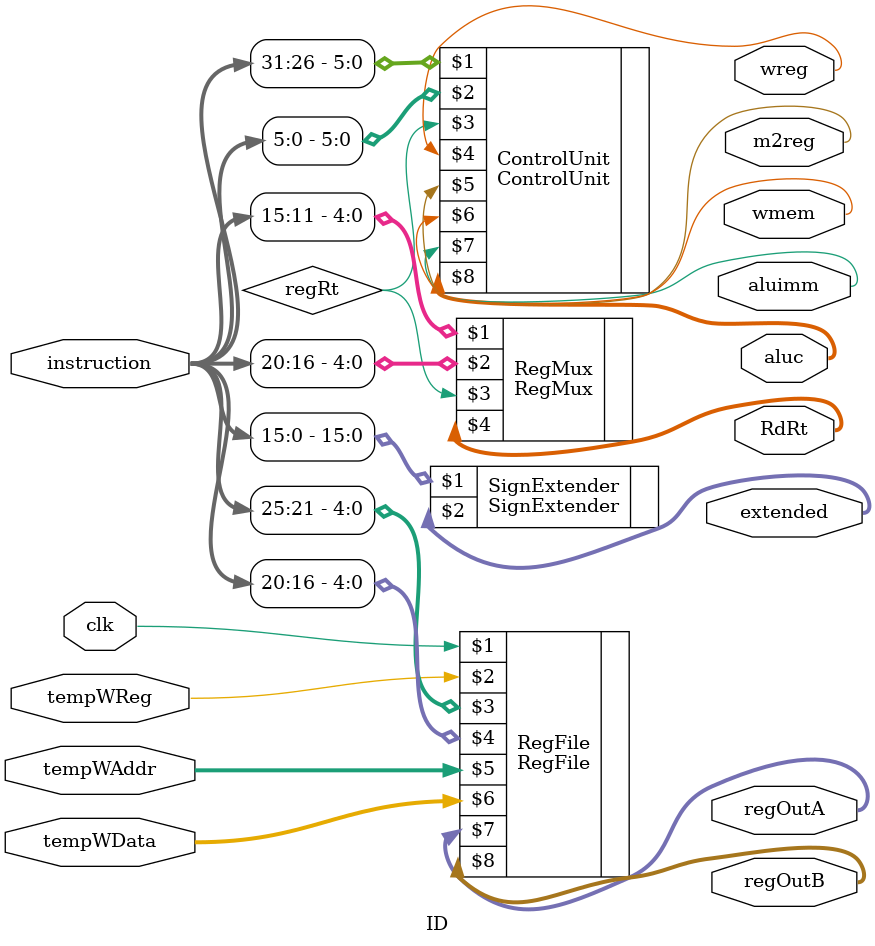
<source format=v>
`timescale 1ns / 1ps


module ID(
    input [31:0] instruction, tempWData,
    input clk, tempWReg,
    input [4:0] tempWAddr,
    output wreg,
    output m2reg,
    output wmem,
    output [3:0] aluc,
    output aluimm,
    output [4:0] RdRt,
    output [31:0] regOutA,
    output [31:0] regOutB,
    output [31:0] extended
    );
wire regRt;

ControlUnit ControlUnit(instruction[31:26], instruction[5:0], regRt, wreg, m2reg, wmem, aluimm, aluc);
RegMux RegMux(instruction[15:11], instruction[20:16], regRt, RdRt);
SignExtender SignExtender(instruction[15:0], extended);
RegFile RegFile(clk, tempWReg, instruction[25:21], instruction[20:16], tempWAddr, tempWData, regOutA, regOutB);

endmodule

</source>
